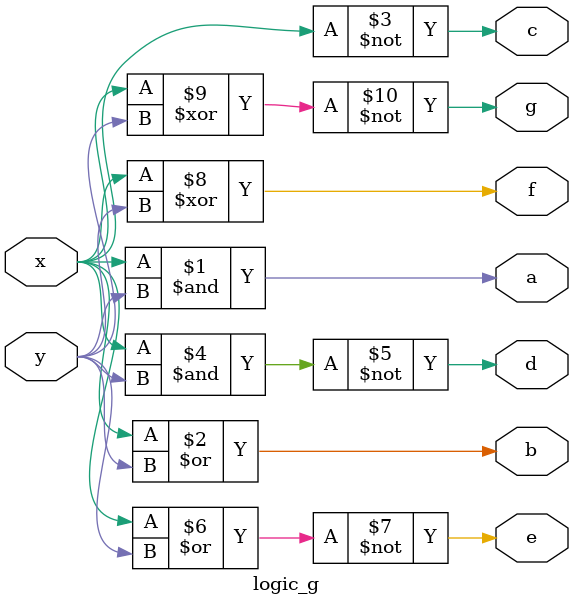
<source format=v>
module logic_g(x,y,a,b,c,d,e,f,g);
input x,y;
output a,b,c,d,e,f,g;
assign a=x&y;
assign b=x|y;
assign c=~x;
assign d=~(x&y);
assign e=~(x|y);
assign f=x^y;
assign g=~(x^y);
endmodule

</source>
